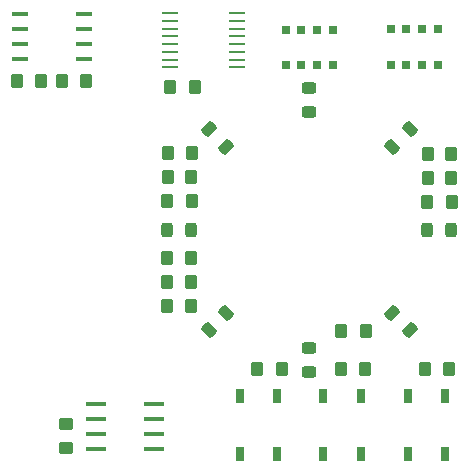
<source format=gbr>
%TF.GenerationSoftware,KiCad,Pcbnew,8.0.1*%
%TF.CreationDate,2024-05-22T13:21:10+02:00*%
%TF.ProjectId,FRDM-MCXx_Shield,4652444d-2d4d-4435-9878-5f536869656c,V2.0*%
%TF.SameCoordinates,Original*%
%TF.FileFunction,Paste,Top*%
%TF.FilePolarity,Positive*%
%FSLAX46Y46*%
G04 Gerber Fmt 4.6, Leading zero omitted, Abs format (unit mm)*
G04 Created by KiCad (PCBNEW 8.0.1) date 2024-05-22 13:21:10*
%MOMM*%
%LPD*%
G01*
G04 APERTURE LIST*
G04 Aperture macros list*
%AMRoundRect*
0 Rectangle with rounded corners*
0 $1 Rounding radius*
0 $2 $3 $4 $5 $6 $7 $8 $9 X,Y pos of 4 corners*
0 Add a 4 corners polygon primitive as box body*
4,1,4,$2,$3,$4,$5,$6,$7,$8,$9,$2,$3,0*
0 Add four circle primitives for the rounded corners*
1,1,$1+$1,$2,$3*
1,1,$1+$1,$4,$5*
1,1,$1+$1,$6,$7*
1,1,$1+$1,$8,$9*
0 Add four rect primitives between the rounded corners*
20,1,$1+$1,$2,$3,$4,$5,0*
20,1,$1+$1,$4,$5,$6,$7,0*
20,1,$1+$1,$6,$7,$8,$9,0*
20,1,$1+$1,$8,$9,$2,$3,0*%
G04 Aperture macros list end*
%ADD10RoundRect,0.206521X0.468075X0.088388X0.088388X0.468075X-0.468075X-0.088388X-0.088388X-0.468075X0*%
%ADD11R,0.800000X1.300000*%
%ADD12RoundRect,0.206521X0.088388X-0.468075X0.468075X-0.088388X-0.088388X0.468075X-0.468075X0.088388X0*%
%ADD13RoundRect,0.207447X-0.280053X-0.417553X0.280053X-0.417553X0.280053X0.417553X-0.280053X0.417553X0*%
%ADD14RoundRect,0.208333X-0.291667X-0.391667X0.291667X-0.391667X0.291667X0.391667X-0.291667X0.391667X0*%
%ADD15RoundRect,0.207447X0.280053X0.417553X-0.280053X0.417553X-0.280053X-0.417553X0.280053X-0.417553X0*%
%ADD16RoundRect,0.206521X-0.268479X-0.393479X0.268479X-0.393479X0.268479X0.393479X-0.268479X0.393479X0*%
%ADD17R,0.700000X0.700000*%
%ADD18RoundRect,0.208333X0.291667X0.391667X-0.291667X0.391667X-0.291667X-0.391667X0.291667X-0.391667X0*%
%ADD19RoundRect,0.100000X0.775000X0.100000X-0.775000X0.100000X-0.775000X-0.100000X0.775000X-0.100000X0*%
%ADD20RoundRect,0.207447X0.417553X-0.280053X0.417553X0.280053X-0.417553X0.280053X-0.417553X-0.280053X0*%
%ADD21RoundRect,0.206521X-0.468075X-0.088388X-0.088388X-0.468075X0.468075X0.088388X0.088388X0.468075X0*%
%ADD22RoundRect,0.206521X0.268479X0.393479X-0.268479X0.393479X-0.268479X-0.393479X0.268479X-0.393479X0*%
%ADD23R,1.325000X0.450000*%
%ADD24RoundRect,0.206521X-0.393479X0.268479X-0.393479X-0.268479X0.393479X-0.268479X0.393479X0.268479X0*%
%ADD25RoundRect,0.206521X0.393479X-0.268479X0.393479X0.268479X-0.393479X0.268479X-0.393479X-0.268479X0*%
%ADD26RoundRect,0.206521X-0.088388X0.468075X-0.468075X0.088388X0.088388X-0.468075X0.468075X-0.088388X0*%
%ADD27RoundRect,0.050000X0.587500X0.050000X-0.587500X0.050000X-0.587500X-0.050000X0.587500X-0.050000X0*%
G04 APERTURE END LIST*
D10*
%TO.C,D2*%
X161456609Y-83891610D03*
X160007041Y-82442042D03*
%TD*%
D11*
%TO.C,D14*%
X165820000Y-105030000D03*
X162620000Y-105030000D03*
X162620000Y-109930000D03*
X165820000Y-109930000D03*
%TD*%
%TO.C,D16*%
X180050000Y-105030000D03*
X176850000Y-105030000D03*
X176850000Y-109930000D03*
X180050000Y-109930000D03*
%TD*%
D12*
%TO.C,D4*%
X175563390Y-83891610D03*
X177012958Y-82442042D03*
%TD*%
D13*
%TO.C,C7*%
X171195000Y-102730000D03*
X173270000Y-102730000D03*
%TD*%
D14*
%TO.C,R4*%
X156530000Y-86470000D03*
X158530000Y-86470000D03*
%TD*%
D15*
%TO.C,C3*%
X180587500Y-88570000D03*
X178512500Y-88570000D03*
%TD*%
D16*
%TO.C,D5*%
X178485000Y-90945000D03*
X180535000Y-90945000D03*
%TD*%
D17*
%TO.C,RN2*%
X166510000Y-77000000D03*
X167850000Y-77000000D03*
X169170000Y-77000000D03*
X170510000Y-77000000D03*
X170510000Y-74000000D03*
X169170000Y-74000000D03*
X167850000Y-74000000D03*
X166510000Y-74000000D03*
%TD*%
D15*
%TO.C,C2*%
X173307500Y-99520000D03*
X171232500Y-99520000D03*
%TD*%
D13*
%TO.C,C4*%
X156472500Y-93330000D03*
X158547500Y-93330000D03*
%TD*%
D18*
%TO.C,R1*%
X180550000Y-86540000D03*
X178550000Y-86540000D03*
%TD*%
D14*
%TO.C,R3*%
X156510000Y-95360000D03*
X158510000Y-95360000D03*
%TD*%
D13*
%TO.C,C8*%
X178302500Y-102720000D03*
X180377500Y-102720000D03*
%TD*%
D19*
%TO.C,U3*%
X155405000Y-109500000D03*
X155405000Y-108230000D03*
X155405000Y-106960000D03*
X155405000Y-105690000D03*
X150455000Y-105690000D03*
X150455000Y-106960000D03*
X150455000Y-108230000D03*
X150455000Y-109500000D03*
%TD*%
D18*
%TO.C,R7*%
X149620000Y-78350000D03*
X147620000Y-78350000D03*
%TD*%
D20*
%TO.C,C12*%
X147960000Y-109452500D03*
X147960000Y-107377500D03*
%TD*%
D21*
%TO.C,D6*%
X175563390Y-97998391D03*
X177012958Y-99447959D03*
%TD*%
D22*
%TO.C,D1*%
X158535000Y-90945000D03*
X156485000Y-90945000D03*
%TD*%
D13*
%TO.C,C1*%
X156762500Y-78890000D03*
X158837500Y-78890000D03*
%TD*%
D14*
%TO.C,R8*%
X143780000Y-78360000D03*
X145780000Y-78360000D03*
%TD*%
D11*
%TO.C,D15*%
X172920000Y-105030000D03*
X169720000Y-105030000D03*
X169720000Y-109930000D03*
X172920000Y-109930000D03*
%TD*%
D18*
%TO.C,R5*%
X158510000Y-97370000D03*
X156510000Y-97370000D03*
%TD*%
D14*
%TO.C,R2*%
X178560000Y-84540000D03*
X180560000Y-84540000D03*
%TD*%
D17*
%TO.C,RN3*%
X175410000Y-76970000D03*
X176750000Y-76970000D03*
X178070000Y-76970000D03*
X179410000Y-76970000D03*
X179410000Y-73970000D03*
X178070000Y-73970000D03*
X176750000Y-73970000D03*
X175410000Y-73970000D03*
%TD*%
D23*
%TO.C,U2*%
X144008000Y-72645000D03*
X144008000Y-73915000D03*
X144008000Y-75185000D03*
X144008000Y-76455000D03*
X149432000Y-76455000D03*
X149432000Y-75185000D03*
X149432000Y-73915000D03*
X149432000Y-72645000D03*
%TD*%
D24*
%TO.C,D7*%
X168510000Y-100920000D03*
X168510000Y-102970000D03*
%TD*%
D13*
%TO.C,C5*%
X156492500Y-88500000D03*
X158567500Y-88500000D03*
%TD*%
D18*
%TO.C,R6*%
X158560000Y-84470000D03*
X156560000Y-84470000D03*
%TD*%
D25*
%TO.C,D3*%
X168510000Y-80970000D03*
X168510000Y-78920000D03*
%TD*%
D26*
%TO.C,D8*%
X161456609Y-97998391D03*
X160007041Y-99447959D03*
%TD*%
D13*
%TO.C,C6*%
X164105000Y-102720000D03*
X166180000Y-102720000D03*
%TD*%
D27*
%TO.C,U1*%
X162442500Y-77175000D03*
X162442500Y-76525000D03*
X162442500Y-75875000D03*
X162442500Y-75225000D03*
X162442500Y-74575000D03*
X162442500Y-73925000D03*
X162442500Y-73275000D03*
X162442500Y-72625000D03*
X156717500Y-72625000D03*
X156717500Y-73275000D03*
X156717500Y-73925000D03*
X156717500Y-74575000D03*
X156717500Y-75225000D03*
X156717500Y-75875000D03*
X156717500Y-76525000D03*
X156717500Y-77175000D03*
%TD*%
M02*

</source>
